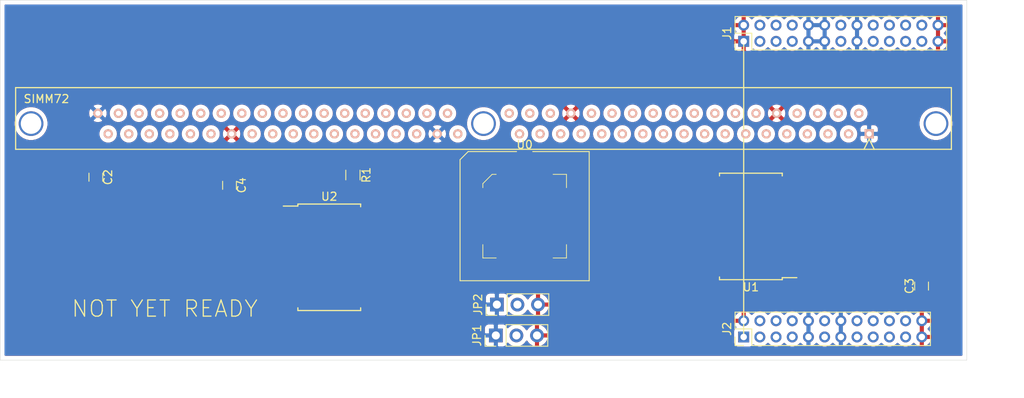
<source format=kicad_pcb>
(kicad_pcb (version 20171130) (host pcbnew "(5.1.9)-1")
  (layers (0 F.Cu signal) (31 B.Cu signal) (34 B.Paste user) (35 F.Paste user) (36 B.SilkS user) (37 F.SilkS user) (38 B.Mask user) (39 F.Mask user) (44 Edge.Cuts user))
  (net 0 "")
  (net 1 BASEM0)
  (net 2 VCC)
  (net 3 A3)
  (net 4 A10)
  (net 5 A1)
  (net 6 A2)
  (net 7 A11)
  (net 8 A0)
  (net 9 GND)
  (net 10 WE)
  (net 11 RAS)
  (net 12 D6)
  (net 13 D7)
  (net 14 D4)
  (net 15 D5)
  (net 16 D2)
  (net 17 D3)
  (net 18 D0)
  (net 19 D1)
  (net 20 A4)
  (net 21 A9)
  (net 22 A6)
  (net 23 A5)
  (net 24 A8)
  (net 25 A7)
  (net 26 CAS)
  (net 27 BASEM1)
  (net 28 D9)
  (net 29 D8)
  (net 30 D11)
  (net 31 D10)
  (net 32 D13)
  (net 33 D12)
  (net 34 D15)
  (net 35 D14)
  (net 36 PD1)
  (net 37 PD2)
  (net 38 "Net-(R1-Pad1)")
  (net 39 AB0)
  (net 40 AB1)
  (net 41 AB2)
  (net 42 AB3)
  (net 43 AB4)
  (net 44 AB5)
  (net 45 AB6)
  (net 46 AB10)
  (net 47 AB7)
  (net 48 AB11)
  (net 49 AB8)
  (net 50 AB9)
  (net 51 BRAS1)
  (net 52 BRAS0)
  (net 53 BCAS0)
  (net 54 BCAS2)
  (net 55 CAS2)
  (net 56 CAS0)
  (net 57 RAS0)
  (net 58 CASD)
  (net 59 CBR)
  (net 60 RA10)
  (net 61 RA11)
  (net 62 RAS1)
  (net 63 "Net-(SIMM72-Pad67)")
  (net 64 "Net-(SIMM72-Pad68)")
  (module Resistors_SMD:R_0805 (layer F.Cu) (at 82.931 116.84 270)
    (fp_text reference R1 (at 0 -1.65 90) (layer F.SilkS))
    (fp_text value 33)
    (fp_line (start -0.6 -0.88) (end 0.6 -0.88) (layer F.SilkS) (width 0.12))
    (fp_line (start 0.6 0.88) (end -0.6 0.88) (layer F.SilkS) (width 0.12))
    (pad 1 smd rect (at -0.95 0 270) (size 0.7 1.3) (layers F.Cu F.Paste F.Mask) (net 38 "Net-(R1-Pad1)"))
    (pad 2 smd rect (at 0.95 0 270) (size 0.7 1.3) (layers F.Cu F.Paste F.Mask) (net 10 WE))
  )
  (module Capacitors_SMD:C_0805 (layer F.Cu) (at 67.691 118.11 270)
    (fp_text reference C4 (at 0 -1.5 90) (layer F.SilkS))
    (fp_text value 0.1uF)
    (fp_line (start -0.5 0.85) (end 0.5 0.85) (layer F.SilkS) (width 0.12))
    (fp_line (start 0.5 -0.85) (end -0.5 -0.85) (layer F.SilkS) (width 0.12))
    (pad 1 smd rect (at -1 0 270) (size 1 1.25) (layers F.Cu F.Paste F.Mask) (net 2 VCC))
    (pad 2 smd rect (at 1 0 270) (size 1 1.25) (layers F.Cu F.Paste F.Mask) (net 9 GND))
  )
  (module Capacitors_SMD:C_0805 (layer F.Cu) (at 153.162 130.556 90)
    (fp_text reference C3 (at 0 -1.5 90) (layer F.SilkS))
    (fp_text value 0.1uF)
    (fp_line (start -0.5 0.85) (end 0.5 0.85) (layer F.SilkS) (width 0.12))
    (fp_line (start 0.5 -0.85) (end -0.5 -0.85) (layer F.SilkS) (width 0.12))
    (pad 1 smd rect (at -1 0 90) (size 1 1.25) (layers F.Cu F.Paste F.Mask) (net 2 VCC))
    (pad 2 smd rect (at 1 0 90) (size 1 1.25) (layers F.Cu F.Paste F.Mask) (net 9 GND))
  )
  (module Capacitors_SMD:C_0805 (layer F.Cu) (at 51.181 117.11 270)
    (fp_text reference C2 (at 0 -1.5 90) (layer F.SilkS))
    (fp_text value 0.1uF)
    (fp_line (start -0.5 0.85) (end 0.5 0.85) (layer F.SilkS) (width 0.12))
    (fp_line (start 0.5 -0.85) (end -0.5 -0.85) (layer F.SilkS) (width 0.12))
    (pad 1 smd rect (at -1 0 270) (size 1 1.25) (layers F.Cu F.Paste F.Mask) (net 2 VCC))
    (pad 2 smd rect (at 1 0 270) (size 1 1.25) (layers F.Cu F.Paste F.Mask) (net 9 GND))
  )
  (module Housings_LCC:PLCC-20_SMD-Socket (layer F.Cu) (at 104.14 121.92)
    (fp_text reference U0 (at 0 -8.825) (layer F.SilkS))
    (fp_text value PALCE16V8H)
    (fp_line (start 5.165 5.165) (end 5.165 3.515) (layer F.SilkS) (width 0.1))
    (fp_line (start 3.515 5.165) (end 5.165 5.165) (layer F.SilkS) (width 0.1))
    (fp_line (start -5.165 5.165) (end -5.165 3.515) (layer F.SilkS) (width 0.1))
    (fp_line (start -3.515 5.165) (end -5.165 5.165) (layer F.SilkS) (width 0.1))
    (fp_line (start 5.165 -5.165) (end 5.165 -3.515) (layer F.SilkS) (width 0.1))
    (fp_line (start 3.515 -5.165) (end 5.165 -5.165) (layer F.SilkS) (width 0.1))
    (fp_line (start -5.165 -4.015) (end -5.165 -3.515) (layer F.SilkS) (width 0.1))
    (fp_line (start -4.015 -5.165) (end -5.165 -4.015) (layer F.SilkS) (width 0.1))
    (fp_line (start -3.515 -5.165) (end -4.015 -5.165) (layer F.SilkS) (width 0.1))
    (fp_line (start 7.975 -7.975) (end 1 -7.975) (layer F.SilkS) (width 0.12))
    (fp_line (start 7.975 7.975) (end 7.975 -7.975) (layer F.SilkS) (width 0.12))
    (fp_line (start -7.975 7.975) (end 7.975 7.975) (layer F.SilkS) (width 0.12))
    (fp_line (start -7.975 -6.975) (end -7.975 7.975) (layer F.SilkS) (width 0.12))
    (fp_line (start -6.975 -7.975) (end -7.975 -6.975) (layer F.SilkS) (width 0.12))
    (fp_line (start -1 -7.975) (end -6.975 -7.975) (layer F.SilkS) (width 0.12))
    (pad 1 smd rect (at 0 -4.0525) (size 0.7 1.925) (layers F.Cu F.Paste F.Mask) (net 7 A11))
    (pad 2 smd rect (at -1.27 -4.0525) (size 0.7 1.925) (layers F.Cu F.Paste F.Mask) (net 4 A10))
    (pad 3 smd rect (at -2.54 -4.0525) (size 0.7 1.925) (layers F.Cu F.Paste F.Mask) (net 11 RAS))
    (pad 20 smd rect (at 1.27 -4.0525) (size 0.7 1.925) (layers F.Cu F.Paste F.Mask) (net 2 VCC))
    (pad 19 smd rect (at 2.54 -4.0525) (size 0.7 1.925) (layers F.Cu F.Paste F.Mask) (net 62 RAS1))
    (pad 4 smd rect (at -4.0525 -2.54) (size 1.925 0.7) (layers F.Cu F.Paste F.Mask) (net 36 PD1))
    (pad 5 smd rect (at -4.0525 -1.27) (size 1.925 0.7) (layers F.Cu F.Paste F.Mask) (net 37 PD2))
    (pad 6 smd rect (at -4.0525 0) (size 1.925 0.7) (layers F.Cu F.Paste F.Mask) (net 2 VCC))
    (pad 7 smd rect (at -4.0525 1.27) (size 1.925 0.7) (layers F.Cu F.Paste F.Mask) (net 2 VCC))
    (pad 8 smd rect (at -4.0525 2.54) (size 1.925 0.7) (layers F.Cu F.Paste F.Mask) (net 26 CAS))
    (pad 9 smd rect (at -2.54 4.0525) (size 0.7 1.925) (layers F.Cu F.Paste F.Mask) (net 27 BASEM1))
    (pad 10 smd rect (at -1.27 4.0525) (size 0.7 1.925) (layers F.Cu F.Paste F.Mask) (net 9 GND))
    (pad 11 smd rect (at 0 4.0525) (size 0.7 1.925) (layers F.Cu F.Paste F.Mask) (net 9 GND))
    (pad 12 smd rect (at 1.27 4.0525) (size 0.7 1.925) (layers F.Cu F.Paste F.Mask) (net 55 CAS2))
    (pad 13 smd rect (at 2.54 4.0525) (size 0.7 1.925) (layers F.Cu F.Paste F.Mask) (net 56 CAS0))
    (pad 14 smd rect (at 4.0525 2.54) (size 1.925 0.7) (layers F.Cu F.Paste F.Mask) (net 57 RAS0))
    (pad 15 smd rect (at 4.0525 1.27) (size 1.925 0.7) (layers F.Cu F.Paste F.Mask) (net 58 CASD))
    (pad 16 smd rect (at 4.0525 0) (size 1.925 0.7) (layers F.Cu F.Paste F.Mask) (net 59 CBR))
    (pad 17 smd rect (at 4.0525 -1.27) (size 1.925 0.7) (layers F.Cu F.Paste F.Mask) (net 60 RA10))
    (pad 18 smd rect (at 4.0525 -2.54) (size 1.925 0.7) (layers F.Cu F.Paste F.Mask) (net 61 RA11))
  )
  (module Housings_SOIC:SOIC-20W_7.5x12.8mm_Pitch1.27mm (layer F.Cu) (at 80.01 127)
    (fp_text reference U2 (at 0 -7.5) (layer F.SilkS))
    (fp_text value "74AC(T)245")
    (fp_line (start -3.875 -6.325) (end -5.675 -6.325) (layer F.SilkS) (width 0.15))
    (fp_line (start -3.875 6.575) (end 3.875 6.575) (layer F.SilkS) (width 0.15))
    (fp_line (start -3.875 -6.575) (end 3.875 -6.575) (layer F.SilkS) (width 0.15))
    (fp_line (start -3.875 6.575) (end -3.875 6.24) (layer F.SilkS) (width 0.15))
    (fp_line (start 3.875 6.575) (end 3.875 6.24) (layer F.SilkS) (width 0.15))
    (fp_line (start 3.875 -6.575) (end 3.875 -6.24) (layer F.SilkS) (width 0.15))
    (fp_line (start -3.875 -6.575) (end -3.875 -6.325) (layer F.SilkS) (width 0.15))
    (pad 1 smd rect (at -4.7 -5.715) (size 1.95 0.6) (layers F.Cu F.Paste F.Mask) (net 2 VCC))
    (pad 2 smd rect (at -4.7 -4.445) (size 1.95 0.6) (layers F.Cu F.Paste F.Mask) (net 4 A10))
    (pad 3 smd rect (at -4.7 -3.175) (size 1.95 0.6) (layers F.Cu F.Paste F.Mask) (net 7 A11))
    (pad 4 smd rect (at -4.7 -1.905) (size 1.95 0.6) (layers F.Cu F.Paste F.Mask) (net 24 A8))
    (pad 5 smd rect (at -4.7 -0.635) (size 1.95 0.6) (layers F.Cu F.Paste F.Mask) (net 21 A9))
    (pad 6 smd rect (at -4.7 0.635) (size 1.95 0.6) (layers F.Cu F.Paste F.Mask) (net 55 CAS2))
    (pad 7 smd rect (at -4.7 1.905) (size 1.95 0.6) (layers F.Cu F.Paste F.Mask) (net 56 CAS0))
    (pad 8 smd rect (at -4.7 3.175) (size 1.95 0.6) (layers F.Cu F.Paste F.Mask) (net 57 RAS0))
    (pad 9 smd rect (at -4.7 4.445) (size 1.95 0.6) (layers F.Cu F.Paste F.Mask) (net 62 RAS1))
    (pad 10 smd rect (at -4.7 5.715) (size 1.95 0.6) (layers F.Cu F.Paste F.Mask) (net 9 GND))
    (pad 11 smd rect (at 4.7 5.715) (size 1.95 0.6) (layers F.Cu F.Paste F.Mask) (net 51 BRAS1))
    (pad 12 smd rect (at 4.7 4.445) (size 1.95 0.6) (layers F.Cu F.Paste F.Mask) (net 52 BRAS0))
    (pad 13 smd rect (at 4.7 3.175) (size 1.95 0.6) (layers F.Cu F.Paste F.Mask) (net 53 BCAS0))
    (pad 14 smd rect (at 4.7 1.905) (size 1.95 0.6) (layers F.Cu F.Paste F.Mask) (net 54 BCAS2))
    (pad 15 smd rect (at 4.7 0.635) (size 1.95 0.6) (layers F.Cu F.Paste F.Mask) (net 50 AB9))
    (pad 16 smd rect (at 4.7 -0.635) (size 1.95 0.6) (layers F.Cu F.Paste F.Mask) (net 49 AB8))
    (pad 17 smd rect (at 4.7 -1.905) (size 1.95 0.6) (layers F.Cu F.Paste F.Mask) (net 48 AB11))
    (pad 18 smd rect (at 4.7 -3.175) (size 1.95 0.6) (layers F.Cu F.Paste F.Mask) (net 46 AB10))
    (pad 19 smd rect (at 4.7 -4.445) (size 1.95 0.6) (layers F.Cu F.Paste F.Mask) (net 9 GND))
    (pad 20 smd rect (at 4.7 -5.715) (size 1.95 0.6) (layers F.Cu F.Paste F.Mask) (net 2 VCC))
  )
  (module Housings_SOIC:SOIC-20W_7.5x12.8mm_Pitch1.27mm (layer F.Cu) (at 132.08 123.19 180)
    (fp_text reference U1 (at 0 -7.5) (layer F.SilkS))
    (fp_text value "74AC(T)245")
    (fp_line (start -3.875 -6.325) (end -5.675 -6.325) (layer F.SilkS) (width 0.15))
    (fp_line (start -3.875 6.575) (end 3.875 6.575) (layer F.SilkS) (width 0.15))
    (fp_line (start -3.875 -6.575) (end 3.875 -6.575) (layer F.SilkS) (width 0.15))
    (fp_line (start -3.875 6.575) (end -3.875 6.24) (layer F.SilkS) (width 0.15))
    (fp_line (start 3.875 6.575) (end 3.875 6.24) (layer F.SilkS) (width 0.15))
    (fp_line (start 3.875 -6.575) (end 3.875 -6.24) (layer F.SilkS) (width 0.15))
    (fp_line (start -3.875 -6.575) (end -3.875 -6.325) (layer F.SilkS) (width 0.15))
    (pad 1 smd rect (at -4.7 -5.715 180) (size 1.95 0.6) (layers F.Cu F.Paste F.Mask) (net 2 VCC))
    (pad 2 smd rect (at -4.7 -4.445 180) (size 1.95 0.6) (layers F.Cu F.Paste F.Mask) (net 8 A0))
    (pad 3 smd rect (at -4.7 -3.175 180) (size 1.95 0.6) (layers F.Cu F.Paste F.Mask) (net 5 A1))
    (pad 4 smd rect (at -4.7 -1.905 180) (size 1.95 0.6) (layers F.Cu F.Paste F.Mask) (net 6 A2))
    (pad 5 smd rect (at -4.7 -0.635 180) (size 1.95 0.6) (layers F.Cu F.Paste F.Mask) (net 3 A3))
    (pad 6 smd rect (at -4.7 0.635 180) (size 1.95 0.6) (layers F.Cu F.Paste F.Mask) (net 20 A4))
    (pad 7 smd rect (at -4.7 1.905 180) (size 1.95 0.6) (layers F.Cu F.Paste F.Mask) (net 23 A5))
    (pad 8 smd rect (at -4.7 3.175 180) (size 1.95 0.6) (layers F.Cu F.Paste F.Mask) (net 22 A6))
    (pad 9 smd rect (at -4.7 4.445 180) (size 1.95 0.6) (layers F.Cu F.Paste F.Mask) (net 25 A7))
    (pad 10 smd rect (at -4.7 5.715 180) (size 1.95 0.6) (layers F.Cu F.Paste F.Mask) (net 9 GND))
    (pad 11 smd rect (at 4.7 5.715 180) (size 1.95 0.6) (layers F.Cu F.Paste F.Mask) (net 47 AB7))
    (pad 12 smd rect (at 4.7 4.445 180) (size 1.95 0.6) (layers F.Cu F.Paste F.Mask) (net 45 AB6))
    (pad 13 smd rect (at 4.7 3.175 180) (size 1.95 0.6) (layers F.Cu F.Paste F.Mask) (net 44 AB5))
    (pad 14 smd rect (at 4.7 1.905 180) (size 1.95 0.6) (layers F.Cu F.Paste F.Mask) (net 43 AB4))
    (pad 15 smd rect (at 4.7 0.635 180) (size 1.95 0.6) (layers F.Cu F.Paste F.Mask) (net 42 AB3))
    (pad 16 smd rect (at 4.7 -0.635 180) (size 1.95 0.6) (layers F.Cu F.Paste F.Mask) (net 41 AB2))
    (pad 17 smd rect (at 4.7 -1.905 180) (size 1.95 0.6) (layers F.Cu F.Paste F.Mask) (net 40 AB1))
    (pad 18 smd rect (at 4.7 -3.175 180) (size 1.95 0.6) (layers F.Cu F.Paste F.Mask) (net 39 AB0))
    (pad 19 smd rect (at 4.7 -4.445 180) (size 1.95 0.6) (layers F.Cu F.Paste F.Mask) (net 9 GND))
    (pad 20 smd rect (at 4.7 -5.715 180) (size 1.95 0.6) (layers F.Cu F.Paste F.Mask) (net 2 VCC))
  )
  (module Pin_Headers:Pin_Header_Straight_1x03_Pitch2.54mm (layer F.Cu) (at 100.711 132.842 90)
    (fp_text reference JP2 (at 0 -2.33 90) (layer F.SilkS))
    (fp_text value Jumper_3_Open)
    (fp_line (start -1.33 6.41) (end 1.33 6.41) (layer F.SilkS) (width 0.12))
    (fp_line (start -1.33 1.27) (end -1.33 6.41) (layer F.SilkS) (width 0.12))
    (fp_line (start 1.33 1.27) (end 1.33 6.41) (layer F.SilkS) (width 0.12))
    (fp_line (start -1.33 1.27) (end 1.33 1.27) (layer F.SilkS) (width 0.12))
    (fp_line (start -1.33 0) (end -1.33 -1.33) (layer F.SilkS) (width 0.12))
    (fp_line (start -1.33 -1.33) (end 0 -1.33) (layer F.SilkS) (width 0.12))
    (pad 1 thru_hole rect (at 0 0 90) (size 1.7 1.7) (drill 1) (layers *.Cu *.Mask) (net 9 GND))
    (pad 2 thru_hole oval (at 0 2.54 90) (size 1.7 1.7) (drill 1) (layers *.Cu *.Mask) (net 37 PD2))
    (pad 3 thru_hole oval (at 0 5.08 90) (size 1.7 1.7) (drill 1) (layers *.Cu *.Mask) (net 2 VCC))
  )
  (module Pin_Headers:Pin_Header_Straight_1x03_Pitch2.54mm (layer F.Cu) (at 100.584 136.652 90)
    (fp_text reference JP1 (at 0 -2.33 90) (layer F.SilkS))
    (fp_text value Jumper_3_Open)
    (fp_line (start -1.33 6.41) (end 1.33 6.41) (layer F.SilkS) (width 0.12))
    (fp_line (start -1.33 1.27) (end -1.33 6.41) (layer F.SilkS) (width 0.12))
    (fp_line (start 1.33 1.27) (end 1.33 6.41) (layer F.SilkS) (width 0.12))
    (fp_line (start -1.33 1.27) (end 1.33 1.27) (layer F.SilkS) (width 0.12))
    (fp_line (start -1.33 0) (end -1.33 -1.33) (layer F.SilkS) (width 0.12))
    (fp_line (start -1.33 -1.33) (end 0 -1.33) (layer F.SilkS) (width 0.12))
    (pad 1 thru_hole rect (at 0 0 90) (size 1.7 1.7) (drill 1) (layers *.Cu *.Mask) (net 9 GND))
    (pad 2 thru_hole oval (at 0 2.54 90) (size 1.7 1.7) (drill 1) (layers *.Cu *.Mask) (net 36 PD1))
    (pad 3 thru_hole oval (at 0 5.08 90) (size 1.7 1.7) (drill 1) (layers *.Cu *.Mask) (net 2 VCC))
  )
  (module Sockets:SIM72 (layer F.Cu) (at 99.06 110.49)
    (fp_text reference SIMM72 (at -53.975 -3.048) (layer F.SilkS))
    (fp_text value 72pinSIMM)
    (fp_line (start 57.785 -4.445) (end -57.785 -4.445) (layer F.SilkS) (width 0.15))
    (fp_line (start -57.785 -4.445) (end -57.785 3.175) (layer F.SilkS) (width 0.15))
    (fp_line (start -57.785 3.175) (end 57.785 3.175) (layer F.SilkS) (width 0.15))
    (fp_line (start 57.785 3.175) (end 57.785 -4.445) (layer F.SilkS) (width 0.15))
    (fp_line (start 46.99 3.175) (end 47.625 1.905) (layer F.SilkS) (width 0.15))
    (fp_line (start 47.625 1.905) (end 48.26 3.175) (layer F.SilkS) (width 0.15))
    (pad "" thru_hole circle (at 0 0) (size 3.048 3.048) (drill 2.54) (layers *.Cu *.Mask))
    (pad "" thru_hole circle (at -55.88 0) (size 3.048 3.048) (drill 2.54) (layers *.Cu *.Mask))
    (pad "" thru_hole circle (at 55.88 0) (size 3.048 3.048) (drill 2.54) (layers *.Cu *.Mask))
    (pad 1 thru_hole rect (at 47.625 1.27) (size 1.143 1.143) (drill 0.635) (layers *.Cu *.SilkS *.Mask) (net 9 GND))
    (pad 2 thru_hole circle (at 46.355 -1.27) (size 1.143 1.143) (drill 0.635) (layers *.Cu *.SilkS *.Mask) (net 18 D0))
    (pad 3 thru_hole circle (at 45.085 1.27) (size 1.143 1.143) (drill 0.635) (layers *.Cu *.SilkS *.Mask) (net 18 D0))
    (pad 4 thru_hole circle (at 43.815 -1.27) (size 1.143 1.143) (drill 0.635) (layers *.Cu *.SilkS *.Mask) (net 19 D1))
    (pad 5 thru_hole circle (at 42.545 1.27) (size 1.143 1.143) (drill 0.635) (layers *.Cu *.SilkS *.Mask) (net 19 D1))
    (pad 6 thru_hole circle (at 41.275 -1.27) (size 1.143 1.143) (drill 0.635) (layers *.Cu *.SilkS *.Mask) (net 16 D2))
    (pad 7 thru_hole circle (at 40.005 1.27) (size 1.143 1.143) (drill 0.635) (layers *.Cu *.SilkS *.Mask) (net 16 D2))
    (pad 8 thru_hole circle (at 38.735 -1.27) (size 1.143 1.143) (drill 0.635) (layers *.Cu *.SilkS *.Mask) (net 17 D3))
    (pad 9 thru_hole circle (at 37.465 1.27) (size 1.143 1.143) (drill 0.635) (layers *.Cu *.SilkS *.Mask) (net 17 D3))
    (pad 10 thru_hole circle (at 36.195 -1.27) (size 1.143 1.143) (drill 0.635) (layers *.Cu *.SilkS *.Mask) (net 2 VCC))
    (pad 11 thru_hole circle (at 34.925 1.27) (size 1.143 1.143) (drill 0.635) (layers *.Cu *.SilkS *.Mask))
    (pad 12 thru_hole circle (at 33.655 -1.27) (size 1.143 1.143) (drill 0.635) (layers *.Cu *.SilkS *.Mask) (net 39 AB0))
    (pad 13 thru_hole circle (at 32.385 1.27) (size 1.143 1.143) (drill 0.635) (layers *.Cu *.SilkS *.Mask) (net 40 AB1))
    (pad 14 thru_hole circle (at 31.115 -1.27) (size 1.143 1.143) (drill 0.635) (layers *.Cu *.SilkS *.Mask) (net 41 AB2))
    (pad 15 thru_hole circle (at 29.845 1.27) (size 1.143 1.143) (drill 0.635) (layers *.Cu *.SilkS *.Mask) (net 42 AB3))
    (pad 16 thru_hole circle (at 28.575 -1.27) (size 1.143 1.143) (drill 0.635) (layers *.Cu *.SilkS *.Mask) (net 43 AB4))
    (pad 17 thru_hole circle (at 27.305 1.27) (size 1.143 1.143) (drill 0.635) (layers *.Cu *.SilkS *.Mask) (net 44 AB5))
    (pad 18 thru_hole circle (at 26.035 -1.27) (size 1.143 1.143) (drill 0.635) (layers *.Cu *.SilkS *.Mask) (net 45 AB6))
    (pad 19 thru_hole circle (at 24.765 1.27) (size 1.143 1.143) (drill 0.635) (layers *.Cu *.SilkS *.Mask) (net 46 AB10))
    (pad 20 thru_hole circle (at 23.495 -1.27) (size 1.143 1.143) (drill 0.635) (layers *.Cu *.SilkS *.Mask) (net 14 D4))
    (pad 21 thru_hole circle (at 22.225 1.27) (size 1.143 1.143) (drill 0.635) (layers *.Cu *.SilkS *.Mask) (net 14 D4))
    (pad 22 thru_hole circle (at 20.955 -1.27) (size 1.143 1.143) (drill 0.635) (layers *.Cu *.SilkS *.Mask) (net 15 D5))
    (pad 23 thru_hole circle (at 19.685 1.27) (size 1.143 1.143) (drill 0.635) (layers *.Cu *.SilkS *.Mask) (net 15 D5))
    (pad 24 thru_hole circle (at 18.415 -1.27) (size 1.143 1.143) (drill 0.635) (layers *.Cu *.SilkS *.Mask) (net 12 D6))
    (pad 25 thru_hole circle (at 17.145 1.27) (size 1.143 1.143) (drill 0.635) (layers *.Cu *.SilkS *.Mask) (net 12 D6))
    (pad 26 thru_hole circle (at 15.875 -1.27) (size 1.143 1.143) (drill 0.635) (layers *.Cu *.SilkS *.Mask) (net 13 D7))
    (pad 27 thru_hole circle (at 14.605 1.27) (size 1.143 1.143) (drill 0.635) (layers *.Cu *.SilkS *.Mask) (net 13 D7))
    (pad 28 thru_hole circle (at 13.335 -1.27) (size 1.143 1.143) (drill 0.635) (layers *.Cu *.SilkS *.Mask) (net 47 AB7))
    (pad 29 thru_hole circle (at 12.065 1.27) (size 1.143 1.143) (drill 0.635) (layers *.Cu *.SilkS *.Mask) (net 48 AB11))
    (pad 30 thru_hole circle (at 10.795 -1.27) (size 1.143 1.143) (drill 0.635) (layers *.Cu *.SilkS *.Mask) (net 2 VCC))
    (pad 31 thru_hole circle (at 9.525 1.27) (size 1.143 1.143) (drill 0.635) (layers *.Cu *.SilkS *.Mask) (net 49 AB8))
    (pad 32 thru_hole circle (at 8.255 -1.27) (size 1.143 1.143) (drill 0.635) (layers *.Cu *.SilkS *.Mask) (net 50 AB9))
    (pad 33 thru_hole circle (at 6.985 1.27) (size 1.143 1.143) (drill 0.635) (layers *.Cu *.SilkS *.Mask) (net 51 BRAS1))
    (pad 34 thru_hole circle (at 5.715 -1.27) (size 1.143 1.143) (drill 0.635) (layers *.Cu *.SilkS *.Mask) (net 52 BRAS0))
    (pad 35 thru_hole circle (at 4.445 1.27) (size 1.143 1.143) (drill 0.635) (layers *.Cu *.SilkS *.Mask))
    (pad 36 thru_hole circle (at 3.175 -1.27) (size 1.143 1.143) (drill 0.635) (layers *.Cu *.SilkS *.Mask))
    (pad 37 thru_hole circle (at -3.175 1.27) (size 1.143 1.143) (drill 0.635) (layers *.Cu *.SilkS *.Mask))
    (pad 38 thru_hole circle (at -4.445 -1.27) (size 1.143 1.143) (drill 0.635) (layers *.Cu *.SilkS *.Mask))
    (pad 39 thru_hole circle (at -5.715 1.27) (size 1.143 1.143) (drill 0.635) (layers *.Cu *.SilkS *.Mask) (net 9 GND))
    (pad 40 thru_hole circle (at -6.985 -1.27) (size 1.143 1.143) (drill 0.635) (layers *.Cu *.SilkS *.Mask) (net 53 BCAS0))
    (pad 41 thru_hole circle (at -8.255 1.27) (size 1.143 1.143) (drill 0.635) (layers *.Cu *.SilkS *.Mask) (net 53 BCAS0))
    (pad 42 thru_hole circle (at -9.525 -1.27) (size 1.143 1.143) (drill 0.635) (layers *.Cu *.SilkS *.Mask) (net 54 BCAS2))
    (pad 43 thru_hole circle (at -10.795 1.27) (size 1.143 1.143) (drill 0.635) (layers *.Cu *.SilkS *.Mask) (net 54 BCAS2))
    (pad 44 thru_hole circle (at -12.065 -1.27) (size 1.143 1.143) (drill 0.635) (layers *.Cu *.SilkS *.Mask) (net 52 BRAS0))
    (pad 45 thru_hole circle (at -13.335 1.27) (size 1.143 1.143) (drill 0.635) (layers *.Cu *.SilkS *.Mask) (net 51 BRAS1))
    (pad 46 thru_hole circle (at -14.605 -1.27) (size 1.143 1.143) (drill 0.635) (layers *.Cu *.SilkS *.Mask))
    (pad 47 thru_hole circle (at -15.875 1.27) (size 1.143 1.143) (drill 0.635) (layers *.Cu *.SilkS *.Mask) (net 38 "Net-(R1-Pad1)"))
    (pad 48 thru_hole circle (at -17.145 -1.27) (size 1.143 1.143) (drill 0.635) (layers *.Cu *.SilkS *.Mask))
    (pad 49 thru_hole circle (at -18.415 1.27) (size 1.143 1.143) (drill 0.635) (layers *.Cu *.SilkS *.Mask) (net 29 D8))
    (pad 50 thru_hole circle (at -19.685 -1.27) (size 1.143 1.143) (drill 0.635) (layers *.Cu *.SilkS *.Mask) (net 29 D8))
    (pad 51 thru_hole circle (at -20.955 1.27) (size 1.143 1.143) (drill 0.635) (layers *.Cu *.SilkS *.Mask) (net 28 D9))
    (pad 52 thru_hole circle (at -22.225 -1.27) (size 1.143 1.143) (drill 0.635) (layers *.Cu *.SilkS *.Mask) (net 28 D9))
    (pad 53 thru_hole circle (at -23.495 1.27) (size 1.143 1.143) (drill 0.635) (layers *.Cu *.SilkS *.Mask) (net 31 D10))
    (pad 54 thru_hole circle (at -24.765 -1.27) (size 1.143 1.143) (drill 0.635) (layers *.Cu *.SilkS *.Mask) (net 31 D10))
    (pad 55 thru_hole circle (at -26.035 1.27) (size 1.143 1.143) (drill 0.635) (layers *.Cu *.SilkS *.Mask) (net 30 D11))
    (pad 56 thru_hole circle (at -27.305 -1.27) (size 1.143 1.143) (drill 0.635) (layers *.Cu *.SilkS *.Mask) (net 30 D11))
    (pad 57 thru_hole circle (at -28.575 1.27) (size 1.143 1.143) (drill 0.635) (layers *.Cu *.SilkS *.Mask) (net 33 D12))
    (pad 58 thru_hole circle (at -29.845 -1.27) (size 1.143 1.143) (drill 0.635) (layers *.Cu *.SilkS *.Mask) (net 33 D12))
    (pad 59 thru_hole circle (at -31.115 1.27) (size 1.143 1.143) (drill 0.635) (layers *.Cu *.SilkS *.Mask) (net 2 VCC))
    (pad 60 thru_hole circle (at -32.385 -1.27) (size 1.143 1.143) (drill 0.635) (layers *.Cu *.SilkS *.Mask) (net 32 D13))
    (pad 61 thru_hole circle (at -33.655 1.27) (size 1.143 1.143) (drill 0.635) (layers *.Cu *.SilkS *.Mask) (net 32 D13))
    (pad 62 thru_hole circle (at -34.925 -1.27) (size 1.143 1.143) (drill 0.635) (layers *.Cu *.SilkS *.Mask) (net 35 D14))
    (pad 63 thru_hole circle (at -36.195 1.27) (size 1.143 1.143) (drill 0.635) (layers *.Cu *.SilkS *.Mask) (net 35 D14))
    (pad 64 thru_hole circle (at -37.465 -1.27) (size 1.143 1.143) (drill 0.635) (layers *.Cu *.SilkS *.Mask) (net 34 D15))
    (pad 65 thru_hole circle (at -38.735 1.27) (size 1.143 1.143) (drill 0.635) (layers *.Cu *.SilkS *.Mask) (net 34 D15))
    (pad 66 thru_hole circle (at -40.005 -1.27) (size 1.143 1.143) (drill 0.635) (layers *.Cu *.SilkS *.Mask))
    (pad 67 thru_hole circle (at -41.275 1.27) (size 1.143 1.143) (drill 0.635) (layers *.Cu *.SilkS *.Mask) (net 63 "Net-(SIMM72-Pad67)"))
    (pad 68 thru_hole circle (at -42.545 -1.27) (size 1.143 1.143) (drill 0.635) (layers *.Cu *.SilkS *.Mask) (net 64 "Net-(SIMM72-Pad68)"))
    (pad 69 thru_hole circle (at -43.815 1.27) (size 1.143 1.143) (drill 0.635) (layers *.Cu *.SilkS *.Mask))
    (pad 70 thru_hole circle (at -45.085 -1.27) (size 1.143 1.143) (drill 0.635) (layers *.Cu *.SilkS *.Mask))
    (pad 71 thru_hole circle (at -46.355 1.27) (size 1.143 1.143) (drill 0.635) (layers *.Cu *.SilkS *.Mask))
    (pad 72 thru_hole circle (at -47.625 -1.27) (size 1.143 1.143) (drill 0.635) (layers *.Cu *.SilkS *.Mask) (net 9 GND))
  )
  (module Pin_Headers:Pin_Header_Straight_2x13_Pitch2.00mm (layer F.Cu) (at 131.191 100.33 90)
    (fp_text reference J1 (at 1 -2.06 90) (layer F.SilkS))
    (fp_text value Conn_02x13_Odd_Even)
    (fp_line (start -1.06 25.06) (end 3.06 25.06) (layer F.SilkS) (width 0.12))
    (fp_line (start -1.06 1) (end -1.06 25.06) (layer F.SilkS) (width 0.12))
    (fp_line (start 3.06 -1.06) (end 3.06 25.06) (layer F.SilkS) (width 0.12))
    (fp_line (start -1.06 1) (end 1 1) (layer F.SilkS) (width 0.12))
    (fp_line (start 1 1) (end 1 -1.06) (layer F.SilkS) (width 0.12))
    (fp_line (start 1 -1.06) (end 3.06 -1.06) (layer F.SilkS) (width 0.12))
    (fp_line (start -1.06 0) (end -1.06 -1.06) (layer F.SilkS) (width 0.12))
    (fp_line (start -1.06 -1.06) (end 0 -1.06) (layer F.SilkS) (width 0.12))
    (pad 1 thru_hole rect (at 0 0 90) (size 1.35 1.35) (drill 0.8) (layers *.Cu *.Mask) (net 2 VCC))
    (pad 2 thru_hole oval (at 2 0 90) (size 1.35 1.35) (drill 0.8) (layers *.Cu *.Mask) (net 2 VCC))
    (pad 3 thru_hole oval (at 0 2 90) (size 1.35 1.35) (drill 0.8) (layers *.Cu *.Mask) (net 20 A4))
    (pad 4 thru_hole oval (at 2 2 90) (size 1.35 1.35) (drill 0.8) (layers *.Cu *.Mask) (net 21 A9))
    (pad 5 thru_hole oval (at 0 4 90) (size 1.35 1.35) (drill 0.8) (layers *.Cu *.Mask) (net 22 A6))
    (pad 6 thru_hole oval (at 2 4 90) (size 1.35 1.35) (drill 0.8) (layers *.Cu *.Mask) (net 23 A5))
    (pad 7 thru_hole oval (at 0 6 90) (size 1.35 1.35) (drill 0.8) (layers *.Cu *.Mask) (net 24 A8))
    (pad 8 thru_hole oval (at 2 6 90) (size 1.35 1.35) (drill 0.8) (layers *.Cu *.Mask) (net 25 A7))
    (pad 9 thru_hole oval (at 0 8 90) (size 1.35 1.35) (drill 0.8) (layers *.Cu *.Mask) (net 9 GND))
    (pad 10 thru_hole oval (at 2 8 90) (size 1.35 1.35) (drill 0.8) (layers *.Cu *.Mask) (net 9 GND))
    (pad 11 thru_hole oval (at 0 10 90) (size 1.35 1.35) (drill 0.8) (layers *.Cu *.Mask) (net 9 GND))
    (pad 12 thru_hole oval (at 2 10 90) (size 1.35 1.35) (drill 0.8) (layers *.Cu *.Mask) (net 9 GND))
    (pad 13 thru_hole oval (at 0 12 90) (size 1.35 1.35) (drill 0.8) (layers *.Cu *.Mask) (net 26 CAS))
    (pad 14 thru_hole oval (at 2 12 90) (size 1.35 1.35) (drill 0.8) (layers *.Cu *.Mask) (net 27 BASEM1))
    (pad 15 thru_hole oval (at 0 14 90) (size 1.35 1.35) (drill 0.8) (layers *.Cu *.Mask) (net 9 GND))
    (pad 16 thru_hole oval (at 2 14 90) (size 1.35 1.35) (drill 0.8) (layers *.Cu *.Mask) (net 9 GND))
    (pad 17 thru_hole oval (at 0 16 90) (size 1.35 1.35) (drill 0.8) (layers *.Cu *.Mask) (net 28 D9))
    (pad 18 thru_hole oval (at 2 16 90) (size 1.35 1.35) (drill 0.8) (layers *.Cu *.Mask) (net 29 D8))
    (pad 19 thru_hole oval (at 0 18 90) (size 1.35 1.35) (drill 0.8) (layers *.Cu *.Mask) (net 30 D11))
    (pad 20 thru_hole oval (at 2 18 90) (size 1.35 1.35) (drill 0.8) (layers *.Cu *.Mask) (net 31 D10))
    (pad 21 thru_hole oval (at 0 20 90) (size 1.35 1.35) (drill 0.8) (layers *.Cu *.Mask) (net 32 D13))
    (pad 22 thru_hole oval (at 2 20 90) (size 1.35 1.35) (drill 0.8) (layers *.Cu *.Mask) (net 33 D12))
    (pad 23 thru_hole oval (at 0 22 90) (size 1.35 1.35) (drill 0.8) (layers *.Cu *.Mask) (net 34 D15))
    (pad 24 thru_hole oval (at 2 22 90) (size 1.35 1.35) (drill 0.8) (layers *.Cu *.Mask) (net 35 D14))
    (pad 25 thru_hole oval (at 0 24 90) (size 1.35 1.35) (drill 0.8) (layers *.Cu *.Mask) (net 2 VCC))
    (pad 26 thru_hole oval (at 2 24 90) (size 1.35 1.35) (drill 0.8) (layers *.Cu *.Mask) (net 2 VCC))
  )
  (module Pin_Headers:Pin_Header_Straight_2x12_Pitch2.00mm (layer F.Cu) (at 131.191 136.842 90)
    (fp_text reference J2 (at 1 -2.06 90) (layer F.SilkS))
    (fp_text value Conn_02x12_Odd_Even)
    (fp_line (start -1.06 23.06) (end 3.06 23.06) (layer F.SilkS) (width 0.12))
    (fp_line (start -1.06 1) (end -1.06 23.06) (layer F.SilkS) (width 0.12))
    (fp_line (start 3.06 -1.06) (end 3.06 23.06) (layer F.SilkS) (width 0.12))
    (fp_line (start -1.06 1) (end 1 1) (layer F.SilkS) (width 0.12))
    (fp_line (start 1 1) (end 1 -1.06) (layer F.SilkS) (width 0.12))
    (fp_line (start 1 -1.06) (end 3.06 -1.06) (layer F.SilkS) (width 0.12))
    (fp_line (start -1.06 0) (end -1.06 -1.06) (layer F.SilkS) (width 0.12))
    (fp_line (start -1.06 -1.06) (end 0 -1.06) (layer F.SilkS) (width 0.12))
    (pad 1 thru_hole rect (at 0 0 90) (size 1.35 1.35) (drill 0.8) (layers *.Cu *.Mask) (net 1 BASEM0))
    (pad 2 thru_hole oval (at 2 0 90) (size 1.35 1.35) (drill 0.8) (layers *.Cu *.Mask) (net 2 VCC))
    (pad 3 thru_hole oval (at 0 2 90) (size 1.35 1.35) (drill 0.8) (layers *.Cu *.Mask) (net 3 A3))
    (pad 4 thru_hole oval (at 2 2 90) (size 1.35 1.35) (drill 0.8) (layers *.Cu *.Mask) (net 4 A10))
    (pad 5 thru_hole oval (at 0 4 90) (size 1.35 1.35) (drill 0.8) (layers *.Cu *.Mask) (net 5 A1))
    (pad 6 thru_hole oval (at 2 4 90) (size 1.35 1.35) (drill 0.8) (layers *.Cu *.Mask) (net 6 A2))
    (pad 7 thru_hole oval (at 0 6 90) (size 1.35 1.35) (drill 0.8) (layers *.Cu *.Mask) (net 7 A11))
    (pad 8 thru_hole oval (at 2 6 90) (size 1.35 1.35) (drill 0.8) (layers *.Cu *.Mask) (net 8 A0))
    (pad 9 thru_hole oval (at 0 8 90) (size 1.35 1.35) (drill 0.8) (layers *.Cu *.Mask) (net 9 GND))
    (pad 10 thru_hole oval (at 2 8 90) (size 1.35 1.35) (drill 0.8) (layers *.Cu *.Mask) (net 9 GND))
    (pad 11 thru_hole oval (at 0 10 90) (size 1.35 1.35) (drill 0.8) (layers *.Cu *.Mask) (net 10 WE))
    (pad 12 thru_hole oval (at 2 10 90) (size 1.35 1.35) (drill 0.8) (layers *.Cu *.Mask) (net 11 RAS))
    (pad 13 thru_hole oval (at 0 12 90) (size 1.35 1.35) (drill 0.8) (layers *.Cu *.Mask) (net 9 GND))
    (pad 14 thru_hole oval (at 2 12 90) (size 1.35 1.35) (drill 0.8) (layers *.Cu *.Mask) (net 9 GND))
    (pad 15 thru_hole oval (at 0 14 90) (size 1.35 1.35) (drill 0.8) (layers *.Cu *.Mask) (net 12 D6))
    (pad 16 thru_hole oval (at 2 14 90) (size 1.35 1.35) (drill 0.8) (layers *.Cu *.Mask) (net 13 D7))
    (pad 17 thru_hole oval (at 0 16 90) (size 1.35 1.35) (drill 0.8) (layers *.Cu *.Mask) (net 14 D4))
    (pad 18 thru_hole oval (at 2 16 90) (size 1.35 1.35) (drill 0.8) (layers *.Cu *.Mask) (net 15 D5))
    (pad 19 thru_hole oval (at 0 18 90) (size 1.35 1.35) (drill 0.8) (layers *.Cu *.Mask) (net 16 D2))
    (pad 20 thru_hole oval (at 2 18 90) (size 1.35 1.35) (drill 0.8) (layers *.Cu *.Mask) (net 17 D3))
    (pad 21 thru_hole oval (at 0 20 90) (size 1.35 1.35) (drill 0.8) (layers *.Cu *.Mask) (net 18 D0))
    (pad 22 thru_hole oval (at 2 20 90) (size 1.35 1.35) (drill 0.8) (layers *.Cu *.Mask) (net 19 D1))
    (pad 23 thru_hole oval (at 0 22 90) (size 1.35 1.35) (drill 0.8) (layers *.Cu *.Mask) (net 2 VCC))
    (pad 24 thru_hole oval (at 2 22 90) (size 1.35 1.35) (drill 0.8) (layers *.Cu *.Mask) (net 2 VCC))
  )
  (gr_text "NOT YET READY" (at 59.69 133.35) (layer F.SilkS) (effects (font (size 2 2))))
  (gr_line (start 131.191 100.33) (end 131.191 136.83) (layer F.SilkS) (width 0.15))
  (gr_line (start 39.37 95.25) (end 158.75 95.25) (layer Edge.Cuts) (width 0.05))
  (gr_line (start 39.37 139.7) (end 39.37 95.25) (layer Edge.Cuts) (width 0.05))
  (gr_line (start 158.75 139.7) (end 39.37 139.7) (layer Edge.Cuts) (width 0.05))
  (gr_line (start 158.75 95.25) (end 158.75 139.7) (layer Edge.Cuts) (width 0.05))
  (zone (net 2) (net_name VCC) (layer F.Cu) (connect_pads (clearance 0.508)) (min_thickness 0.254) (fill yes (arc_segments 32) (thermal_gap 0.508) (thermal_bridge_width 0.508))
    (polygon (pts (xy 158.75 139.7) (xy 39.37 139.7) (xy 39.37 95.25) (xy 158.75 95.25)))
  )
  (zone (net 9) (net_name GND) (layer B.Cu) (connect_pads (clearance 0.508)) (min_thickness 0.254) (fill yes (arc_segments 32) (thermal_gap 0.508) (thermal_bridge_width 0.508))
    (polygon (pts (xy 158.75 95.251316) (xy 39.37 95.251316) (xy 39.37 139.701316) (xy 158.75 139.701316)))
  )
)
</source>
